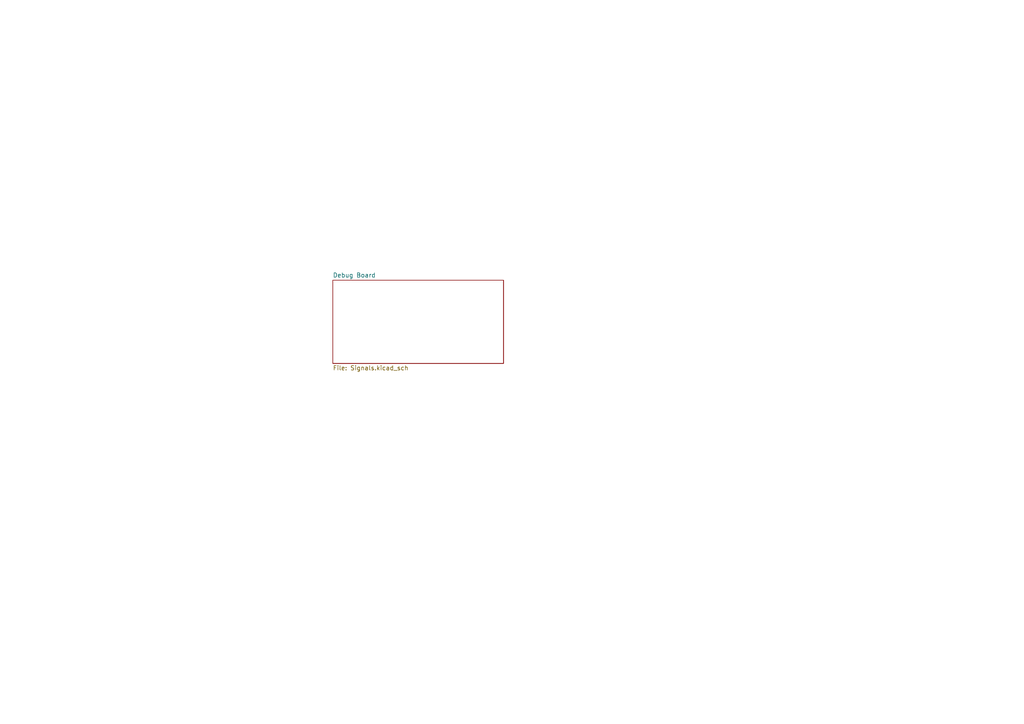
<source format=kicad_sch>
(kicad_sch
	(version 20250114)
	(generator "eeschema")
	(generator_version "9.0")
	(uuid "d3c54aed-dd0c-408b-80e7-5ba23bfc0637")
	(paper "A4")
	(lib_symbols)
	(sheet
		(at 96.52 81.28)
		(size 49.53 24.13)
		(exclude_from_sim no)
		(in_bom yes)
		(on_board yes)
		(dnp no)
		(fields_autoplaced yes)
		(stroke
			(width 0.1524)
			(type solid)
		)
		(fill
			(color 0 0 0 0.0000)
		)
		(uuid "631a3d52-b199-4b91-84ed-56c4f8f362a0")
		(property "Sheetname" "Debug Board"
			(at 96.52 80.5684 0)
			(effects
				(font
					(size 1.27 1.27)
				)
				(justify left bottom)
			)
		)
		(property "Sheetfile" "Signals.kicad_sch"
			(at 96.52 105.9946 0)
			(effects
				(font
					(size 1.27 1.27)
				)
				(justify left top)
			)
		)
		(instances
			(project "CAN_USB Project"
				(path "/d3c54aed-dd0c-408b-80e7-5ba23bfc0637"
					(page "3")
				)
			)
		)
	)
	(sheet_instances
		(path "/"
			(page "1")
		)
	)
	(embedded_fonts no)
)

</source>
